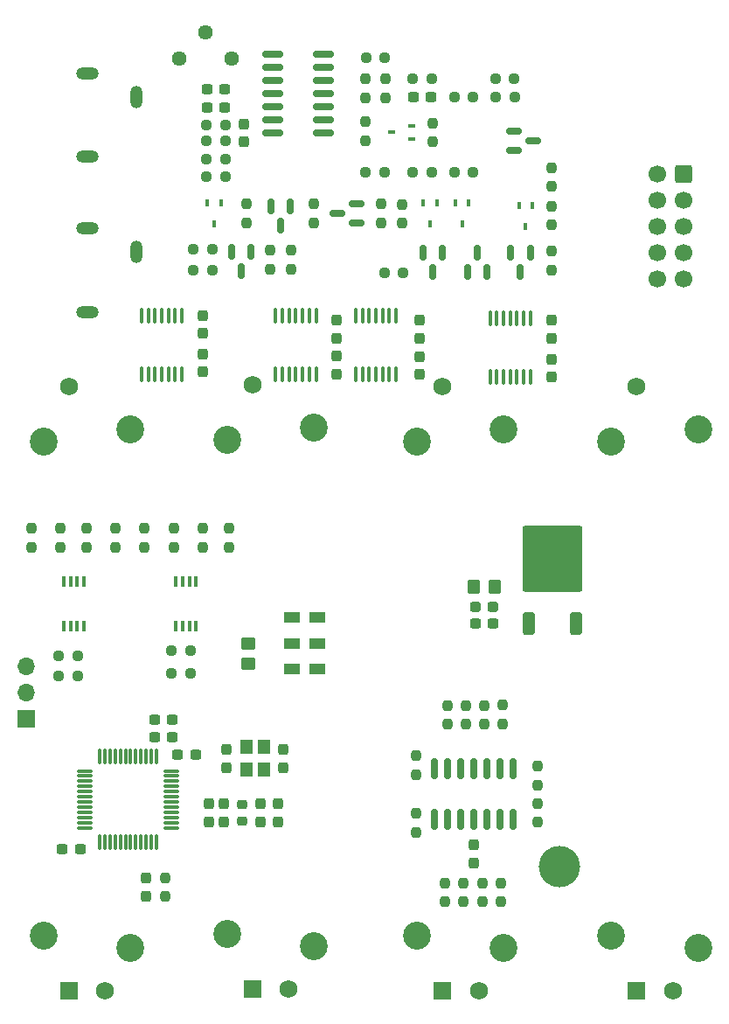
<source format=gbr>
%TF.GenerationSoftware,KiCad,Pcbnew,7.0.9*%
%TF.CreationDate,2024-11-09T18:37:16+13:00*%
%TF.ProjectId,ADSR Envelope,41445352-2045-46e7-9665-6c6f70652e6b,rev?*%
%TF.SameCoordinates,Original*%
%TF.FileFunction,Soldermask,Bot*%
%TF.FilePolarity,Negative*%
%FSLAX46Y46*%
G04 Gerber Fmt 4.6, Leading zero omitted, Abs format (unit mm)*
G04 Created by KiCad (PCBNEW 7.0.9) date 2024-11-09 18:37:16*
%MOMM*%
%LPD*%
G01*
G04 APERTURE LIST*
G04 Aperture macros list*
%AMRoundRect*
0 Rectangle with rounded corners*
0 $1 Rounding radius*
0 $2 $3 $4 $5 $6 $7 $8 $9 X,Y pos of 4 corners*
0 Add a 4 corners polygon primitive as box body*
4,1,4,$2,$3,$4,$5,$6,$7,$8,$9,$2,$3,0*
0 Add four circle primitives for the rounded corners*
1,1,$1+$1,$2,$3*
1,1,$1+$1,$4,$5*
1,1,$1+$1,$6,$7*
1,1,$1+$1,$8,$9*
0 Add four rect primitives between the rounded corners*
20,1,$1+$1,$2,$3,$4,$5,0*
20,1,$1+$1,$4,$5,$6,$7,0*
20,1,$1+$1,$6,$7,$8,$9,0*
20,1,$1+$1,$8,$9,$2,$3,0*%
G04 Aperture macros list end*
%ADD10R,1.750000X1.750000*%
%ADD11C,1.750000*%
%ADD12C,2.700000*%
%ADD13O,2.200000X1.200000*%
%ADD14O,1.200000X2.200000*%
%ADD15C,4.000000*%
%ADD16RoundRect,0.237500X0.237500X-0.250000X0.237500X0.250000X-0.237500X0.250000X-0.237500X-0.250000X0*%
%ADD17RoundRect,0.237500X0.250000X0.237500X-0.250000X0.237500X-0.250000X-0.237500X0.250000X-0.237500X0*%
%ADD18R,0.450000X0.700000*%
%ADD19RoundRect,0.237500X-0.237500X0.300000X-0.237500X-0.300000X0.237500X-0.300000X0.237500X0.300000X0*%
%ADD20R,1.600000X1.000000*%
%ADD21RoundRect,0.237500X0.237500X-0.300000X0.237500X0.300000X-0.237500X0.300000X-0.237500X-0.300000X0*%
%ADD22RoundRect,0.237500X-0.250000X-0.237500X0.250000X-0.237500X0.250000X0.237500X-0.250000X0.237500X0*%
%ADD23RoundRect,0.150000X0.587500X0.150000X-0.587500X0.150000X-0.587500X-0.150000X0.587500X-0.150000X0*%
%ADD24RoundRect,0.150000X0.150000X-0.587500X0.150000X0.587500X-0.150000X0.587500X-0.150000X-0.587500X0*%
%ADD25RoundRect,0.237500X-0.237500X0.250000X-0.237500X-0.250000X0.237500X-0.250000X0.237500X0.250000X0*%
%ADD26RoundRect,0.250000X0.350000X0.450000X-0.350000X0.450000X-0.350000X-0.450000X0.350000X-0.450000X0*%
%ADD27R,0.700000X0.450000*%
%ADD28RoundRect,0.100000X0.100000X-0.637500X0.100000X0.637500X-0.100000X0.637500X-0.100000X-0.637500X0*%
%ADD29R,0.400000X1.100000*%
%ADD30RoundRect,0.250000X-0.450000X0.350000X-0.450000X-0.350000X0.450000X-0.350000X0.450000X0.350000X0*%
%ADD31RoundRect,0.237500X-0.287500X-0.237500X0.287500X-0.237500X0.287500X0.237500X-0.287500X0.237500X0*%
%ADD32RoundRect,0.237500X-0.300000X-0.237500X0.300000X-0.237500X0.300000X0.237500X-0.300000X0.237500X0*%
%ADD33RoundRect,0.250000X0.600000X0.600000X-0.600000X0.600000X-0.600000X-0.600000X0.600000X-0.600000X0*%
%ADD34C,1.700000*%
%ADD35RoundRect,0.075000X0.662500X0.075000X-0.662500X0.075000X-0.662500X-0.075000X0.662500X-0.075000X0*%
%ADD36RoundRect,0.075000X0.075000X0.662500X-0.075000X0.662500X-0.075000X-0.662500X0.075000X-0.662500X0*%
%ADD37R,1.200000X1.400000*%
%ADD38RoundRect,0.150000X-0.150000X0.587500X-0.150000X-0.587500X0.150000X-0.587500X0.150000X0.587500X0*%
%ADD39RoundRect,0.218750X0.256250X-0.218750X0.256250X0.218750X-0.256250X0.218750X-0.256250X-0.218750X0*%
%ADD40RoundRect,0.237500X0.300000X0.237500X-0.300000X0.237500X-0.300000X-0.237500X0.300000X-0.237500X0*%
%ADD41C,1.440000*%
%ADD42RoundRect,0.150000X-0.587500X-0.150000X0.587500X-0.150000X0.587500X0.150000X-0.587500X0.150000X0*%
%ADD43RoundRect,0.150000X0.825000X0.150000X-0.825000X0.150000X-0.825000X-0.150000X0.825000X-0.150000X0*%
%ADD44R,1.700000X1.700000*%
%ADD45O,1.700000X1.700000*%
%ADD46RoundRect,0.250000X0.350000X-0.850000X0.350000X0.850000X-0.350000X0.850000X-0.350000X-0.850000X0*%
%ADD47RoundRect,0.249997X2.650003X-2.950003X2.650003X2.950003X-2.650003X2.950003X-2.650003X-2.950003X0*%
%ADD48RoundRect,0.150000X-0.150000X0.825000X-0.150000X-0.825000X0.150000X-0.825000X0.150000X0.825000X0*%
%ADD49RoundRect,0.237500X0.237500X-0.287500X0.237500X0.287500X-0.237500X0.287500X-0.237500X-0.287500X0*%
G04 APERTURE END LIST*
D10*
%TO.C,RV9*%
X170250000Y-141020000D03*
D11*
X173750000Y-141020000D03*
X170250000Y-82520000D03*
D12*
X176200000Y-136870000D03*
X167800000Y-135670000D03*
X167800000Y-87870000D03*
X176200000Y-86670000D03*
%TD*%
D13*
%TO.C,J2*%
X117100000Y-67200000D03*
X117100000Y-75300000D03*
D14*
X121800000Y-69500000D03*
%TD*%
D10*
%TO.C,RV6*%
X115250000Y-141020000D03*
D11*
X118750000Y-141020000D03*
X115250000Y-82520000D03*
D12*
X121200000Y-136870000D03*
X112800000Y-135670000D03*
X112800000Y-87870000D03*
X121200000Y-86670000D03*
%TD*%
D10*
%TO.C,RV7*%
X133050000Y-140890000D03*
D11*
X136550000Y-140890000D03*
X133050000Y-82390000D03*
D12*
X139000000Y-136740000D03*
X130600000Y-135540000D03*
X130600000Y-87740000D03*
X139000000Y-86540000D03*
%TD*%
D13*
%TO.C,J1*%
X117100000Y-52200000D03*
X117100000Y-60300000D03*
D14*
X121800000Y-54500000D03*
%TD*%
D10*
%TO.C,RV8*%
X151450000Y-141020000D03*
D11*
X154950000Y-141020000D03*
X151450000Y-82520000D03*
D12*
X157400000Y-136870000D03*
X149000000Y-135670000D03*
X149000000Y-87870000D03*
X157400000Y-86670000D03*
%TD*%
D15*
%TO.C,REF\u002A\u002A*%
X162750000Y-129000000D03*
%TD*%
D16*
%TO.C,R34*%
X153700000Y-115225000D03*
X153700000Y-113400000D03*
%TD*%
D17*
%TO.C,R14*%
X129162500Y-69250000D03*
X127337500Y-69250000D03*
%TD*%
D18*
%TO.C,D2*%
X128700000Y-64750000D03*
X130000000Y-64750000D03*
X129350000Y-66750000D03*
%TD*%
D16*
%TO.C,R49*%
X111600000Y-98112500D03*
X111600000Y-96287500D03*
%TD*%
D18*
%TO.C,D4*%
X152700000Y-64750000D03*
X154000000Y-64750000D03*
X153350000Y-66750000D03*
%TD*%
D19*
%TO.C,C22*%
X128250000Y-79387500D03*
X128250000Y-81112500D03*
%TD*%
D20*
%TO.C,SW2*%
X136900000Y-104900000D03*
X136900000Y-107400000D03*
X136900000Y-109900000D03*
X139300000Y-104900000D03*
X139300000Y-107400000D03*
X139300000Y-109900000D03*
%TD*%
D16*
%TO.C,R48*%
X114400000Y-98112500D03*
X114400000Y-96287500D03*
%TD*%
D21*
%TO.C,C14*%
X135550000Y-124662500D03*
X135550000Y-122937500D03*
%TD*%
D22*
%TO.C,R45*%
X114287500Y-108600000D03*
X116112500Y-108600000D03*
%TD*%
D17*
%TO.C,R28*%
X130412500Y-62250000D03*
X128587500Y-62250000D03*
%TD*%
D16*
%TO.C,R6*%
X150500000Y-58832500D03*
X150500000Y-57007500D03*
%TD*%
D23*
%TO.C,Q4*%
X143125000Y-64800000D03*
X143125000Y-66700000D03*
X141250000Y-65750000D03*
%TD*%
D16*
%TO.C,R54*%
X125400000Y-98112500D03*
X125400000Y-96287500D03*
%TD*%
D19*
%TO.C,C12*%
X162000000Y-79887500D03*
X162000000Y-81612500D03*
%TD*%
D24*
%TO.C,Q7*%
X155750000Y-71437500D03*
X153850000Y-71437500D03*
X154800000Y-69562500D03*
%TD*%
D25*
%TO.C,R33*%
X160700000Y-119287500D03*
X160700000Y-121112500D03*
%TD*%
D21*
%TO.C,C9*%
X130300000Y-124662500D03*
X130300000Y-122937500D03*
%TD*%
D25*
%TO.C,R21*%
X136750000Y-69337500D03*
X136750000Y-71162500D03*
%TD*%
D21*
%TO.C,C23*%
X128250000Y-77362500D03*
X128250000Y-75637500D03*
%TD*%
D17*
%TO.C,R25*%
X130412500Y-58750000D03*
X128587500Y-58750000D03*
%TD*%
D16*
%TO.C,R43*%
X124600000Y-131912500D03*
X124600000Y-130087500D03*
%TD*%
D25*
%TO.C,R19*%
X134750000Y-69337500D03*
X134750000Y-71162500D03*
%TD*%
D17*
%TO.C,R8*%
X154412500Y-54500000D03*
X152587500Y-54500000D03*
%TD*%
D19*
%TO.C,C15*%
X136050000Y-117687500D03*
X136050000Y-119412500D03*
%TD*%
D21*
%TO.C,C16*%
X130550000Y-119412500D03*
X130550000Y-117687500D03*
%TD*%
%TO.C,C10*%
X128800000Y-124662500D03*
X128800000Y-122937500D03*
%TD*%
D16*
%TO.C,R51*%
X117000000Y-98112500D03*
X117000000Y-96287500D03*
%TD*%
D26*
%TO.C,R29*%
X156500000Y-101900000D03*
X154500000Y-101900000D03*
%TD*%
D25*
%TO.C,R20*%
X139000000Y-64837500D03*
X139000000Y-66662500D03*
%TD*%
D27*
%TO.C,D1*%
X148500000Y-57270000D03*
X148500000Y-58570000D03*
X146500000Y-57920000D03*
%TD*%
D28*
%TO.C,U12*%
X139200000Y-81362500D03*
X138550000Y-81362500D03*
X137900000Y-81362500D03*
X137250000Y-81362500D03*
X136600000Y-81362500D03*
X135950000Y-81362500D03*
X135300000Y-81362500D03*
X135300000Y-75637500D03*
X135950000Y-75637500D03*
X136600000Y-75637500D03*
X137250000Y-75637500D03*
X137900000Y-75637500D03*
X138550000Y-75637500D03*
X139200000Y-75637500D03*
%TD*%
D29*
%TO.C,U9*%
X116725000Y-105750000D03*
X116075000Y-105750000D03*
X115425000Y-105750000D03*
X114775000Y-105750000D03*
X114775000Y-101450000D03*
X115425000Y-101450000D03*
X116075000Y-101450000D03*
X116725000Y-101450000D03*
%TD*%
D16*
%TO.C,R50*%
X119800000Y-98112500D03*
X119800000Y-96287500D03*
%TD*%
D17*
%TO.C,R47*%
X127012500Y-108100000D03*
X125187500Y-108100000D03*
%TD*%
D16*
%TO.C,R23*%
X162000000Y-66912500D03*
X162000000Y-65087500D03*
%TD*%
D29*
%TO.C,U10*%
X127575000Y-105750000D03*
X126925000Y-105750000D03*
X126275000Y-105750000D03*
X125625000Y-105750000D03*
X125625000Y-101450000D03*
X126275000Y-101450000D03*
X126925000Y-101450000D03*
X127575000Y-101450000D03*
%TD*%
D21*
%TO.C,C17*%
X154500000Y-128662500D03*
X154500000Y-126937500D03*
%TD*%
D30*
%TO.C,R30*%
X132600000Y-107400000D03*
X132600000Y-109400000D03*
%TD*%
D16*
%TO.C,R39*%
X148900000Y-125712500D03*
X148900000Y-123887500D03*
%TD*%
D21*
%TO.C,C25*%
X141200000Y-77862500D03*
X141200000Y-76137500D03*
%TD*%
D31*
%TO.C,D6*%
X154625000Y-103900000D03*
X156375000Y-103900000D03*
%TD*%
D16*
%TO.C,R32*%
X157300000Y-115200000D03*
X157300000Y-113375000D03*
%TD*%
D25*
%TO.C,R38*%
X151700000Y-130600000D03*
X151700000Y-132425000D03*
%TD*%
D32*
%TO.C,C2*%
X128637500Y-55500000D03*
X130362500Y-55500000D03*
%TD*%
D17*
%TO.C,R12*%
X150412500Y-61750000D03*
X148587500Y-61750000D03*
%TD*%
D33*
%TO.C,J3*%
X174790000Y-61920000D03*
D34*
X172250000Y-61920000D03*
X174790000Y-64460000D03*
X172250000Y-64460000D03*
X174790000Y-67000000D03*
X172250000Y-67000000D03*
X174790000Y-69540000D03*
X172250000Y-69540000D03*
X174790000Y-72080000D03*
X172250000Y-72080000D03*
%TD*%
D35*
%TO.C,U2*%
X125162500Y-119750000D03*
X125162500Y-120250000D03*
X125162500Y-120750000D03*
X125162500Y-121250000D03*
X125162500Y-121750000D03*
X125162500Y-122250000D03*
X125162500Y-122750000D03*
X125162500Y-123250000D03*
X125162500Y-123750000D03*
X125162500Y-124250000D03*
X125162500Y-124750000D03*
X125162500Y-125250000D03*
D36*
X123750000Y-126662500D03*
X123250000Y-126662500D03*
X122750000Y-126662500D03*
X122250000Y-126662500D03*
X121750000Y-126662500D03*
X121250000Y-126662500D03*
X120750000Y-126662500D03*
X120250000Y-126662500D03*
X119750000Y-126662500D03*
X119250000Y-126662500D03*
X118750000Y-126662500D03*
X118250000Y-126662500D03*
D35*
X116837500Y-125250000D03*
X116837500Y-124750000D03*
X116837500Y-124250000D03*
X116837500Y-123750000D03*
X116837500Y-123250000D03*
X116837500Y-122750000D03*
X116837500Y-122250000D03*
X116837500Y-121750000D03*
X116837500Y-121250000D03*
X116837500Y-120750000D03*
X116837500Y-120250000D03*
X116837500Y-119750000D03*
D36*
X118250000Y-118337500D03*
X118750000Y-118337500D03*
X119250000Y-118337500D03*
X119750000Y-118337500D03*
X120250000Y-118337500D03*
X120750000Y-118337500D03*
X121250000Y-118337500D03*
X121750000Y-118337500D03*
X122250000Y-118337500D03*
X122750000Y-118337500D03*
X123250000Y-118337500D03*
X123750000Y-118337500D03*
%TD*%
D21*
%TO.C,C3*%
X132250000Y-58862500D03*
X132250000Y-57137500D03*
%TD*%
D25*
%TO.C,R40*%
X155300000Y-130600000D03*
X155300000Y-132425000D03*
%TD*%
D19*
%TO.C,C24*%
X141200000Y-79611310D03*
X141200000Y-81336310D03*
%TD*%
D25*
%TO.C,R36*%
X148900000Y-118287500D03*
X148900000Y-120112500D03*
%TD*%
D16*
%TO.C,R52*%
X130800000Y-98112500D03*
X130800000Y-96287500D03*
%TD*%
D25*
%TO.C,R2*%
X143950000Y-52757500D03*
X143950000Y-54582500D03*
%TD*%
D17*
%TO.C,R46*%
X127012500Y-110300000D03*
X125187500Y-110300000D03*
%TD*%
D37*
%TO.C,Y1*%
X134150000Y-117450000D03*
X134150000Y-119650000D03*
X132450000Y-119650000D03*
X132450000Y-117450000D03*
%TD*%
D16*
%TO.C,R55*%
X122600000Y-98112500D03*
X122600000Y-96287500D03*
%TD*%
D28*
%TO.C,U5*%
X126200000Y-81362500D03*
X125550000Y-81362500D03*
X124900000Y-81362500D03*
X124250000Y-81362500D03*
X123600000Y-81362500D03*
X122950000Y-81362500D03*
X122300000Y-81362500D03*
X122300000Y-75637500D03*
X122950000Y-75637500D03*
X123600000Y-75637500D03*
X124250000Y-75637500D03*
X124900000Y-75637500D03*
X125550000Y-75637500D03*
X126200000Y-75637500D03*
%TD*%
D38*
%TO.C,Q1*%
X158050000Y-69562500D03*
X159950000Y-69562500D03*
X159000000Y-71437500D03*
%TD*%
D22*
%TO.C,R22*%
X145837500Y-71500000D03*
X147662500Y-71500000D03*
%TD*%
D39*
%TO.C,FB1*%
X132050000Y-124587500D03*
X132050000Y-123012500D03*
%TD*%
D40*
%TO.C,C7*%
X125262500Y-116500000D03*
X123537500Y-116500000D03*
%TD*%
D16*
%TO.C,R9*%
X143975000Y-58725000D03*
X143975000Y-56900000D03*
%TD*%
D25*
%TO.C,R17*%
X145500000Y-64875000D03*
X145500000Y-66700000D03*
%TD*%
D32*
%TO.C,C6*%
X125800000Y-118200000D03*
X127525000Y-118200000D03*
%TD*%
D16*
%TO.C,R42*%
X160700000Y-124712500D03*
X160700000Y-122887500D03*
%TD*%
D22*
%TO.C,R44*%
X114287500Y-110600000D03*
X116112500Y-110600000D03*
%TD*%
D18*
%TO.C,D5*%
X158850000Y-65000000D03*
X160150000Y-65000000D03*
X159500000Y-67000000D03*
%TD*%
D32*
%TO.C,C4*%
X128637500Y-53750000D03*
X130362500Y-53750000D03*
%TD*%
D40*
%TO.C,C8*%
X116362500Y-127300000D03*
X114637500Y-127300000D03*
%TD*%
%TO.C,C13*%
X156362500Y-105500000D03*
X154637500Y-105500000D03*
%TD*%
D41*
%TO.C,RV5*%
X131000000Y-50750000D03*
X128460000Y-48210000D03*
X125920000Y-50750000D03*
%TD*%
D42*
%TO.C,Q2*%
X158375000Y-59700000D03*
X158375000Y-57800000D03*
X160250000Y-58750000D03*
%TD*%
D18*
%TO.C,D3*%
X149600000Y-64750000D03*
X150900000Y-64750000D03*
X150250000Y-66750000D03*
%TD*%
D43*
%TO.C,U1*%
X139950000Y-50400000D03*
X139950000Y-51670000D03*
X139950000Y-52940000D03*
X139950000Y-54210000D03*
X139950000Y-55480000D03*
X139950000Y-56750000D03*
X139950000Y-58020000D03*
X135000000Y-58020000D03*
X135000000Y-56750000D03*
X135000000Y-55480000D03*
X135000000Y-54210000D03*
X135000000Y-52940000D03*
X135000000Y-51670000D03*
X135000000Y-50400000D03*
%TD*%
D17*
%TO.C,R26*%
X130412500Y-57250000D03*
X128587500Y-57250000D03*
%TD*%
D28*
%TO.C,U13*%
X146950000Y-81362500D03*
X146300000Y-81362500D03*
X145650000Y-81362500D03*
X145000000Y-81362500D03*
X144350000Y-81362500D03*
X143700000Y-81362500D03*
X143050000Y-81362500D03*
X143050000Y-75637500D03*
X143700000Y-75637500D03*
X144350000Y-75637500D03*
X145000000Y-75637500D03*
X145650000Y-75637500D03*
X146300000Y-75637500D03*
X146950000Y-75637500D03*
%TD*%
D25*
%TO.C,R24*%
X162000000Y-61337500D03*
X162000000Y-63162500D03*
%TD*%
%TO.C,R41*%
X157100000Y-130600000D03*
X157100000Y-132425000D03*
%TD*%
D17*
%TO.C,R13*%
X145812500Y-61750000D03*
X143987500Y-61750000D03*
%TD*%
%TO.C,R27*%
X130412500Y-60500000D03*
X128587500Y-60500000D03*
%TD*%
D44*
%TO.C,J4*%
X111125000Y-114725000D03*
D45*
X111125000Y-112185000D03*
X111125000Y-109645000D03*
%TD*%
D38*
%TO.C,Q3*%
X131000000Y-69500000D03*
X132900000Y-69500000D03*
X131950000Y-71375000D03*
%TD*%
D16*
%TO.C,R31*%
X155500000Y-115225000D03*
X155500000Y-113400000D03*
%TD*%
D17*
%TO.C,R11*%
X154412500Y-61750000D03*
X152587500Y-61750000D03*
%TD*%
D38*
%TO.C,Q6*%
X149550000Y-69562500D03*
X151450000Y-69562500D03*
X150500000Y-71437500D03*
%TD*%
D28*
%TO.C,U3*%
X159950000Y-81612500D03*
X159300000Y-81612500D03*
X158650000Y-81612500D03*
X158000000Y-81612500D03*
X157350000Y-81612500D03*
X156700000Y-81612500D03*
X156050000Y-81612500D03*
X156050000Y-75887500D03*
X156700000Y-75887500D03*
X157350000Y-75887500D03*
X158000000Y-75887500D03*
X158650000Y-75887500D03*
X159300000Y-75887500D03*
X159950000Y-75887500D03*
%TD*%
D22*
%TO.C,R1*%
X144037500Y-50670000D03*
X145862500Y-50670000D03*
%TD*%
D21*
%TO.C,C21*%
X162000000Y-77862500D03*
X162000000Y-76137500D03*
%TD*%
D46*
%TO.C,U11*%
X164380000Y-105500000D03*
D47*
X162100000Y-99200000D03*
D46*
X159820000Y-105500000D03*
%TD*%
D21*
%TO.C,C27*%
X149200000Y-77862500D03*
X149200000Y-76137500D03*
%TD*%
D48*
%TO.C,U4*%
X150690000Y-119525000D03*
X151960000Y-119525000D03*
X153230000Y-119525000D03*
X154500000Y-119525000D03*
X155770000Y-119525000D03*
X157040000Y-119525000D03*
X158310000Y-119525000D03*
X158310000Y-124475000D03*
X157040000Y-124475000D03*
X155770000Y-124475000D03*
X154500000Y-124475000D03*
X153230000Y-124475000D03*
X151960000Y-124475000D03*
X150690000Y-124475000D03*
%TD*%
D16*
%TO.C,R35*%
X151900000Y-115225000D03*
X151900000Y-113400000D03*
%TD*%
D38*
%TO.C,Q5*%
X134800000Y-65062500D03*
X136700000Y-65062500D03*
X135750000Y-66937500D03*
%TD*%
D40*
%TO.C,C5*%
X125275000Y-114800000D03*
X123550000Y-114800000D03*
%TD*%
D22*
%TO.C,R5*%
X148587500Y-52750000D03*
X150412500Y-52750000D03*
%TD*%
D16*
%TO.C,R53*%
X128200000Y-98112500D03*
X128200000Y-96287500D03*
%TD*%
D25*
%TO.C,R7*%
X162000000Y-69425000D03*
X162000000Y-71250000D03*
%TD*%
D19*
%TO.C,C11*%
X133800000Y-122937500D03*
X133800000Y-124662500D03*
%TD*%
D25*
%TO.C,R37*%
X153500000Y-130587500D03*
X153500000Y-132412500D03*
%TD*%
%TO.C,R15*%
X147500000Y-64887500D03*
X147500000Y-66712500D03*
%TD*%
%TO.C,R18*%
X132500000Y-64837500D03*
X132500000Y-66662500D03*
%TD*%
D19*
%TO.C,C26*%
X149200000Y-79637500D03*
X149200000Y-81362500D03*
%TD*%
D22*
%TO.C,R10*%
X156600000Y-54500000D03*
X158425000Y-54500000D03*
%TD*%
%TO.C,R4*%
X156587500Y-52750000D03*
X158412500Y-52750000D03*
%TD*%
D16*
%TO.C,R3*%
X145950000Y-54582500D03*
X145950000Y-52757500D03*
%TD*%
D17*
%TO.C,R16*%
X129162500Y-71250000D03*
X127337500Y-71250000D03*
%TD*%
D49*
%TO.C,D7*%
X122700000Y-131875000D03*
X122700000Y-130125000D03*
%TD*%
D32*
%TO.C,C1*%
X148637500Y-54500000D03*
X150362500Y-54500000D03*
%TD*%
M02*

</source>
